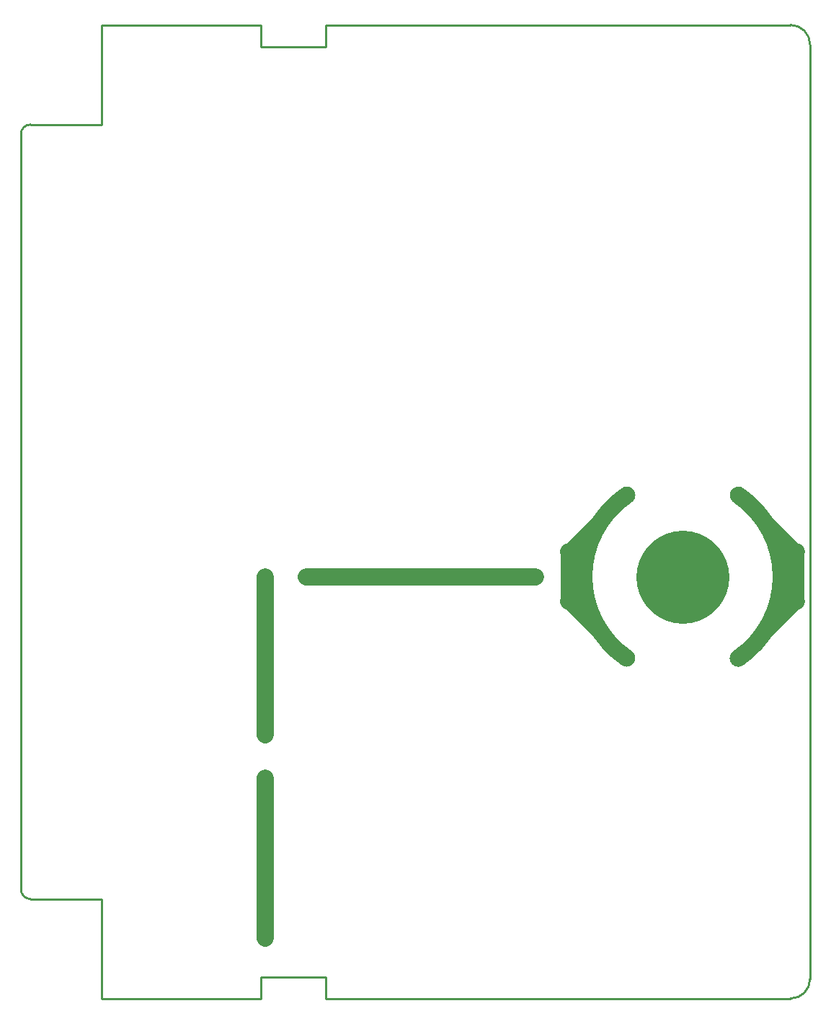
<source format=gko>
From c3ca4f95bd59f69d45e582a4149327f57a360760 Mon Sep 17 00:00:00 2001
From: jaseg <git@jaseg.de>
Date: Sun, 30 Jan 2022 20:11:38 +0100
Subject: Rename gerbonara/gerber package to just gerbonara

---
 gerbonara/tests/resources/pcb-rnd/power-art.gko | 52 +++++++++++++++++++++++++
 1 file changed, 52 insertions(+)
 create mode 100644 gerbonara/tests/resources/pcb-rnd/power-art.gko

(limited to 'gerbonara/tests/resources/pcb-rnd/power-art.gko')

diff --git a/gerbonara/tests/resources/pcb-rnd/power-art.gko b/gerbonara/tests/resources/pcb-rnd/power-art.gko
new file mode 100644
index 0000000..98829b9
--- /dev/null
+++ b/gerbonara/tests/resources/pcb-rnd/power-art.gko
@@ -0,0 +1,52 @@
+G04 start of page 2 for group 9 layer_idx 6 *
+G04 Title: (unknown), global_outline *
+G04 Creator: pcb-rnd 2.3.2 *
+G04 CreationDate: 2021-07-14 03:04:31 UTC *
+G04 For:  *
+G04 Format: Gerber/RS-274X *
+G04 PCB-Dimensions: 1000000 1000000 *
+G04 PCB-Coordinate-Origin: lower left *
+%MOIN*%
+%FSLAX25Y25*%
+%LNGLOBAL_BOUNDARY_UROUTE_9*%
+%ADD106C,0.4291*%
+%ADD105C,0.0787*%
+%ADD104C,0.0800*%
+%ADD103C,0.0100*%
+G54D103*X238900Y956000D02*Y946000D01*
+X208900D01*
+Y956000D01*
+X135400D01*
+Y910000D01*
+X238900Y956000D02*X454000D01*
+G54D104*X336000Y701000D02*X230000D01*
+G54D105*X366215Y726591D02*X351648Y712024D01*
+X351254Y712417D02*X351648Y712024D01*
+Y689976D01*
+X441805Y675409D02*X456372Y689976D01*
+X351254Y689583D02*X351648Y689976D01*
+X441805Y726591D02*X456372Y712024D01*
+Y689976D01*
+X456766Y712417D02*X456372Y712024D01*
+G54D103*X463000Y515000D02*Y947000D01*
+X239000Y506000D02*X454000D01*
+G54D105*X366215Y675409D02*X351648Y689976D01*
+X456766Y689583D02*X456372Y689976D01*
+G54D106*X404000Y700990D02*Y701000D01*
+G54D103*X102500Y910000D02*X135400D01*
+X98000Y905500D02*Y556500D01*
+X208900Y516000D02*Y506000D01*
+X135400D01*
+Y552000D01*
+X102500D01*
+X208900Y516000D02*X238900D01*
+G54D104*X211000Y534000D02*Y608000D01*
+Y628000D02*Y701000D01*
+G54D103*X238900Y516000D02*Y506000D01*
+X454000D02*G75*G03X463000Y515000I0J9000D01*G01*
+Y947000D02*G75*G03X454000Y956000I-9000J0D01*G01*
+X98000Y556500D02*G75*G03X102500Y552000I4500J0D01*G01*
+Y910000D02*G75*G03X98000Y905500I0J-4500D01*G01*
+G54D105*X378235Y738701D02*G75*G03X378168Y663345I25775J-37701D01*G01*
+X429785Y663299D02*G75*G03X429851Y738655I-25775J37701D01*G01*
+M02*
-- 
cgit 


</source>
